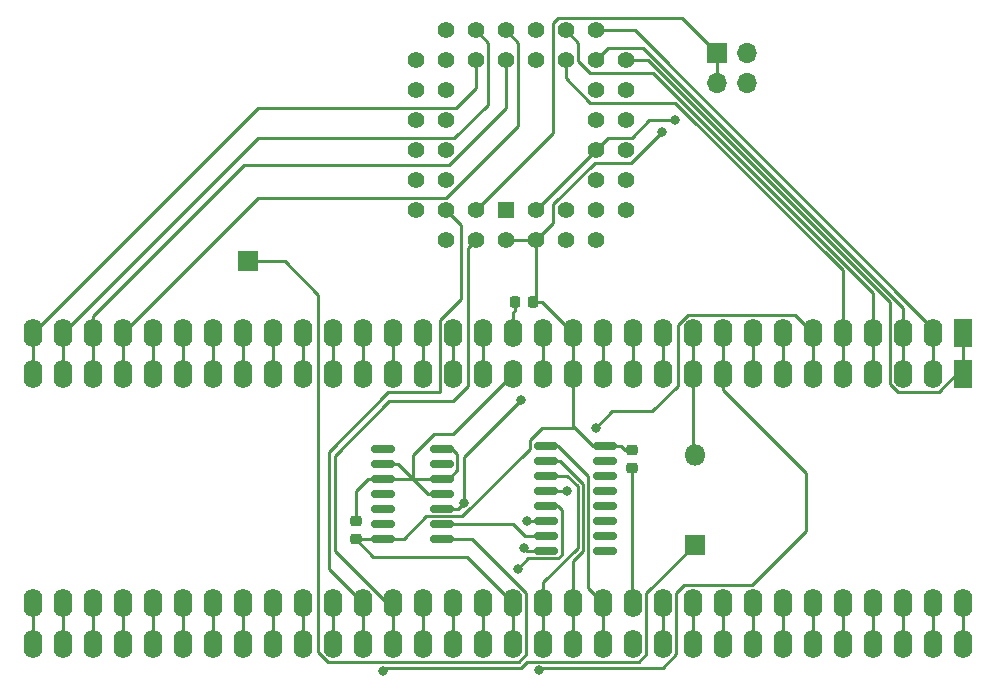
<source format=gtl>
G04 #@! TF.GenerationSoftware,KiCad,Pcbnew,6.0.4-6f826c9f35~116~ubuntu18.04.1*
G04 #@! TF.CreationDate,2022-06-01T20:55:35+10:00*
G04 #@! TF.ProjectId,256KROM,3235364b-524f-44d2-9e6b-696361645f70,rev?*
G04 #@! TF.SameCoordinates,Original*
G04 #@! TF.FileFunction,Copper,L1,Top*
G04 #@! TF.FilePolarity,Positive*
%FSLAX46Y46*%
G04 Gerber Fmt 4.6, Leading zero omitted, Abs format (unit mm)*
G04 Created by KiCad (PCBNEW 6.0.4-6f826c9f35~116~ubuntu18.04.1) date 2022-06-01 20:55:35*
%MOMM*%
%LPD*%
G01*
G04 APERTURE LIST*
G04 Aperture macros list*
%AMRoundRect*
0 Rectangle with rounded corners*
0 $1 Rounding radius*
0 $2 $3 $4 $5 $6 $7 $8 $9 X,Y pos of 4 corners*
0 Add a 4 corners polygon primitive as box body*
4,1,4,$2,$3,$4,$5,$6,$7,$8,$9,$2,$3,0*
0 Add four circle primitives for the rounded corners*
1,1,$1+$1,$2,$3*
1,1,$1+$1,$4,$5*
1,1,$1+$1,$6,$7*
1,1,$1+$1,$8,$9*
0 Add four rect primitives between the rounded corners*
20,1,$1+$1,$2,$3,$4,$5,0*
20,1,$1+$1,$4,$5,$6,$7,0*
20,1,$1+$1,$6,$7,$8,$9,0*
20,1,$1+$1,$8,$9,$2,$3,0*%
G04 Aperture macros list end*
G04 #@! TA.AperFunction,ComponentPad*
%ADD10R,1.422400X1.422400*%
G04 #@! TD*
G04 #@! TA.AperFunction,ComponentPad*
%ADD11C,1.422400*%
G04 #@! TD*
G04 #@! TA.AperFunction,ComponentPad*
%ADD12R,1.600000X2.400000*%
G04 #@! TD*
G04 #@! TA.AperFunction,ComponentPad*
%ADD13O,1.600000X2.400000*%
G04 #@! TD*
G04 #@! TA.AperFunction,SMDPad,CuDef*
%ADD14RoundRect,0.150000X-0.825000X-0.150000X0.825000X-0.150000X0.825000X0.150000X-0.825000X0.150000X0*%
G04 #@! TD*
G04 #@! TA.AperFunction,SMDPad,CuDef*
%ADD15RoundRect,0.150000X0.825000X0.150000X-0.825000X0.150000X-0.825000X-0.150000X0.825000X-0.150000X0*%
G04 #@! TD*
G04 #@! TA.AperFunction,SMDPad,CuDef*
%ADD16RoundRect,0.225000X-0.250000X0.225000X-0.250000X-0.225000X0.250000X-0.225000X0.250000X0.225000X0*%
G04 #@! TD*
G04 #@! TA.AperFunction,SMDPad,CuDef*
%ADD17RoundRect,0.225000X0.250000X-0.225000X0.250000X0.225000X-0.250000X0.225000X-0.250000X-0.225000X0*%
G04 #@! TD*
G04 #@! TA.AperFunction,SMDPad,CuDef*
%ADD18RoundRect,0.225000X0.225000X0.250000X-0.225000X0.250000X-0.225000X-0.250000X0.225000X-0.250000X0*%
G04 #@! TD*
G04 #@! TA.AperFunction,ComponentPad*
%ADD19R,1.700000X1.700000*%
G04 #@! TD*
G04 #@! TA.AperFunction,ComponentPad*
%ADD20O,1.700000X1.700000*%
G04 #@! TD*
G04 #@! TA.AperFunction,ComponentPad*
%ADD21R,1.800000X1.800000*%
G04 #@! TD*
G04 #@! TA.AperFunction,ComponentPad*
%ADD22O,1.800000X1.800000*%
G04 #@! TD*
G04 #@! TA.AperFunction,ViaPad*
%ADD23C,0.800000*%
G04 #@! TD*
G04 #@! TA.AperFunction,Conductor*
%ADD24C,0.250000*%
G04 #@! TD*
G04 APERTURE END LIST*
D10*
X111252000Y-108331000D03*
D11*
X113792000Y-110871000D03*
X113792000Y-108331000D03*
X116332000Y-110871000D03*
X116332000Y-108331000D03*
X118872000Y-110871000D03*
X121412000Y-108331000D03*
X118872000Y-108331000D03*
X121412000Y-105791000D03*
X118872000Y-105791000D03*
X121412000Y-103251000D03*
X118872000Y-103251000D03*
X121412000Y-100711000D03*
X118872000Y-100711000D03*
X121412000Y-98171000D03*
X118872000Y-98171000D03*
X121412000Y-95631000D03*
X118872000Y-93091000D03*
X118872000Y-95631000D03*
X116332000Y-93091000D03*
X116332000Y-95631000D03*
X113792000Y-93091000D03*
X113792000Y-95631000D03*
X111252000Y-93091000D03*
X111252000Y-95631000D03*
X108712000Y-93091000D03*
X108712000Y-95631000D03*
X106172000Y-93091000D03*
X103632000Y-95631000D03*
X106172000Y-95631000D03*
X103632000Y-98171000D03*
X106172000Y-98171000D03*
X103632000Y-100711000D03*
X106172000Y-100711000D03*
X103632000Y-103251000D03*
X106172000Y-103251000D03*
X103632000Y-105791000D03*
X106172000Y-105791000D03*
X103632000Y-108331000D03*
X106172000Y-110871000D03*
X106172000Y-108331000D03*
X108712000Y-110871000D03*
X108712000Y-108331000D03*
X111252000Y-110871000D03*
D12*
X149987000Y-122174000D03*
D13*
X147447000Y-122174000D03*
X144907000Y-122174000D03*
X142367000Y-122174000D03*
X139827000Y-122174000D03*
X137287000Y-122174000D03*
X134747000Y-122174000D03*
X132207000Y-122174000D03*
X129667000Y-122174000D03*
X127127000Y-122174000D03*
X124587000Y-122174000D03*
X122047000Y-122174000D03*
X119507000Y-122174000D03*
X116967000Y-122174000D03*
X114427000Y-122174000D03*
X111887000Y-122174000D03*
X109347000Y-122174000D03*
X106807000Y-122174000D03*
X104267000Y-122174000D03*
X101727000Y-122174000D03*
X99187000Y-122174000D03*
X96647000Y-122174000D03*
X94107000Y-122174000D03*
X91567000Y-122174000D03*
X89027000Y-122174000D03*
X86487000Y-122174000D03*
X83947000Y-122174000D03*
X81407000Y-122174000D03*
X78867000Y-122174000D03*
X76327000Y-122174000D03*
X73787000Y-122174000D03*
X71247000Y-122174000D03*
X71247000Y-145034000D03*
X73787000Y-145034000D03*
X76327000Y-145034000D03*
X78867000Y-145034000D03*
X81407000Y-145034000D03*
X83947000Y-145034000D03*
X86487000Y-145034000D03*
X89027000Y-145034000D03*
X91567000Y-145034000D03*
X94107000Y-145034000D03*
X96647000Y-145034000D03*
X99187000Y-145034000D03*
X101727000Y-145034000D03*
X104267000Y-145034000D03*
X106807000Y-145034000D03*
X109347000Y-145034000D03*
X111887000Y-145034000D03*
X114427000Y-145034000D03*
X116967000Y-145034000D03*
X119507000Y-145034000D03*
X122047000Y-145034000D03*
X124587000Y-145034000D03*
X127127000Y-145034000D03*
X129667000Y-145034000D03*
X132207000Y-145034000D03*
X134747000Y-145034000D03*
X137287000Y-145034000D03*
X139827000Y-145034000D03*
X142367000Y-145034000D03*
X144907000Y-145034000D03*
X147447000Y-145034000D03*
X149987000Y-145034000D03*
D12*
X149987000Y-118745000D03*
D13*
X147447000Y-118745000D03*
X144907000Y-118745000D03*
X142367000Y-118745000D03*
X139827000Y-118745000D03*
X137287000Y-118745000D03*
X134747000Y-118745000D03*
X132207000Y-118745000D03*
X129667000Y-118745000D03*
X127127000Y-118745000D03*
X124587000Y-118745000D03*
X122047000Y-118745000D03*
X119507000Y-118745000D03*
X116967000Y-118745000D03*
X114427000Y-118745000D03*
X111887000Y-118745000D03*
X109347000Y-118745000D03*
X106807000Y-118745000D03*
X104267000Y-118745000D03*
X101727000Y-118745000D03*
X99187000Y-118745000D03*
X96647000Y-118745000D03*
X94107000Y-118745000D03*
X91567000Y-118745000D03*
X89027000Y-118745000D03*
X86487000Y-118745000D03*
X83947000Y-118745000D03*
X81407000Y-118745000D03*
X78867000Y-118745000D03*
X76327000Y-118745000D03*
X73787000Y-118745000D03*
X71247000Y-118745000D03*
X71247000Y-141605000D03*
X73787000Y-141605000D03*
X76327000Y-141605000D03*
X78867000Y-141605000D03*
X81407000Y-141605000D03*
X83947000Y-141605000D03*
X86487000Y-141605000D03*
X89027000Y-141605000D03*
X91567000Y-141605000D03*
X94107000Y-141605000D03*
X96647000Y-141605000D03*
X99187000Y-141605000D03*
X101727000Y-141605000D03*
X104267000Y-141605000D03*
X106807000Y-141605000D03*
X109347000Y-141605000D03*
X111887000Y-141605000D03*
X114427000Y-141605000D03*
X116967000Y-141605000D03*
X119507000Y-141605000D03*
X122047000Y-141605000D03*
X124587000Y-141605000D03*
X127127000Y-141605000D03*
X129667000Y-141605000D03*
X132207000Y-141605000D03*
X134747000Y-141605000D03*
X137287000Y-141605000D03*
X139827000Y-141605000D03*
X142367000Y-141605000D03*
X144907000Y-141605000D03*
X147447000Y-141605000D03*
X149987000Y-141605000D03*
D14*
X114684000Y-128270000D03*
X114684000Y-129540000D03*
X114684000Y-130810000D03*
X114684000Y-132080000D03*
X114684000Y-133350000D03*
X114684000Y-134620000D03*
X114684000Y-135890000D03*
X114684000Y-137160000D03*
X119634000Y-137160000D03*
X119634000Y-135890000D03*
X119634000Y-134620000D03*
X119634000Y-133350000D03*
X119634000Y-132080000D03*
X119634000Y-130810000D03*
X119634000Y-129540000D03*
X119634000Y-128270000D03*
D15*
X105853000Y-136144000D03*
X105853000Y-134874000D03*
X105853000Y-133604000D03*
X105853000Y-132334000D03*
X105853000Y-131064000D03*
X105853000Y-129794000D03*
X105853000Y-128524000D03*
X100903000Y-128524000D03*
X100903000Y-129794000D03*
X100903000Y-131064000D03*
X100903000Y-132334000D03*
X100903000Y-133604000D03*
X100903000Y-134874000D03*
X100903000Y-136144000D03*
D16*
X121920000Y-128625000D03*
X121920000Y-130175000D03*
D17*
X98552000Y-136170000D03*
X98552000Y-134620000D03*
D18*
X113551000Y-116078000D03*
X112001000Y-116078000D03*
D19*
X89408000Y-112649000D03*
X129159000Y-94996000D03*
D20*
X131699000Y-94996000D03*
X129159000Y-97536000D03*
X131699000Y-97536000D03*
D21*
X127254000Y-136652000D03*
D22*
X127254000Y-129032000D03*
D23*
X112776000Y-136906000D03*
X125603000Y-100711000D03*
X124460000Y-101727000D03*
X112268000Y-138684000D03*
X113030000Y-134620000D03*
X114041696Y-147283020D03*
X118872000Y-126746000D03*
X116459000Y-132080000D03*
X100838000Y-147320000D03*
X107696000Y-133096000D03*
X112522000Y-124423510D03*
D24*
X94107000Y-145034000D02*
X94107000Y-141605000D01*
X89027000Y-145034000D02*
X89027000Y-141605000D01*
X83947000Y-145034000D02*
X83947000Y-141605000D01*
X78867000Y-145034000D02*
X78867000Y-141605000D01*
X96647000Y-145034000D02*
X96647000Y-141605000D01*
X91567000Y-145034000D02*
X91567000Y-141605000D01*
X86487000Y-145034000D02*
X86487000Y-141605000D01*
X114684000Y-137160000D02*
X113030000Y-137160000D01*
X103378000Y-131064000D02*
X105853000Y-131064000D01*
X113030000Y-137160000D02*
X112776000Y-136906000D01*
X122047000Y-141523000D02*
X122047000Y-141605000D01*
X106807000Y-127254000D02*
X105156000Y-127254000D01*
X100903000Y-131064000D02*
X103378000Y-131064000D01*
X107152520Y-130337480D02*
X106426000Y-131064000D01*
X118872000Y-103251000D02*
X119908201Y-102214799D01*
X113792000Y-108331000D02*
X118872000Y-103251000D01*
X103378000Y-129032000D02*
X103378000Y-131064000D01*
X99568000Y-131064000D02*
X98552000Y-132080000D01*
X121909377Y-102214799D02*
X123413176Y-100711000D01*
X105853000Y-132334000D02*
X104648000Y-132334000D01*
X103378000Y-131064000D02*
X102108000Y-129794000D01*
X111887000Y-118745000D02*
X111887000Y-116967000D01*
X119908201Y-102214799D02*
X121909377Y-102214799D01*
X106680000Y-128524000D02*
X107152520Y-128996520D01*
X111887000Y-122174000D02*
X106807000Y-127254000D01*
X104648000Y-132334000D02*
X103378000Y-131064000D01*
X106426000Y-131064000D02*
X105853000Y-131064000D01*
X107152520Y-128996520D02*
X107152520Y-130337480D01*
X121920000Y-141478000D02*
X122047000Y-141605000D01*
X112001000Y-116853000D02*
X112001000Y-116078000D01*
X105156000Y-127254000D02*
X103378000Y-129032000D01*
X111887000Y-116967000D02*
X112001000Y-116853000D01*
X100903000Y-131064000D02*
X99568000Y-131064000D01*
X121920000Y-130175000D02*
X121920000Y-141478000D01*
X123413176Y-100711000D02*
X125603000Y-100711000D01*
X105853000Y-128524000D02*
X106680000Y-128524000D01*
X98552000Y-132080000D02*
X98552000Y-134620000D01*
X102108000Y-129794000D02*
X100903000Y-129794000D01*
X81407000Y-145034000D02*
X81407000Y-141605000D01*
X76327000Y-145034000D02*
X76327000Y-141605000D01*
X71247000Y-145034000D02*
X71247000Y-141605000D01*
X109748201Y-94127201D02*
X108712000Y-93091000D01*
X73787000Y-122174000D02*
X73787000Y-118745000D01*
X90317201Y-102214799D02*
X106913799Y-102214799D01*
X109748201Y-99380397D02*
X109748201Y-94127201D01*
X106913799Y-102214799D02*
X109748201Y-99380397D01*
X73787000Y-118745000D02*
X90317201Y-102214799D01*
X112288201Y-101208377D02*
X112288201Y-94127201D01*
X106201779Y-107294799D02*
X112288201Y-101208377D01*
X112288201Y-94127201D02*
X111252000Y-93091000D01*
X90317201Y-107294799D02*
X106201779Y-107294799D01*
X78867000Y-122174000D02*
X78867000Y-118745000D01*
X78867000Y-118745000D02*
X90317201Y-107294799D01*
X118374623Y-96667201D02*
X117368201Y-95660779D01*
X117368201Y-95660779D02*
X117368201Y-94127201D01*
X117368201Y-94127201D02*
X116332000Y-93091000D01*
X142367000Y-122174000D02*
X142367000Y-118745000D01*
X142367000Y-115314589D02*
X123719612Y-96667201D01*
X142367000Y-118745000D02*
X142367000Y-115314589D01*
X123719612Y-96667201D02*
X118374623Y-96667201D01*
X122193000Y-93091000D02*
X118872000Y-93091000D01*
X147447000Y-122174000D02*
X147447000Y-118745000D01*
X147447000Y-118345000D02*
X122193000Y-93091000D01*
X147447000Y-118745000D02*
X147447000Y-118345000D01*
X73787000Y-145034000D02*
X73787000Y-141605000D01*
X71247000Y-122174000D02*
X71247000Y-118745000D01*
X71247000Y-118745000D02*
X90317201Y-99674799D01*
X90317201Y-99674799D02*
X107040799Y-99674799D01*
X108712000Y-98003598D02*
X108712000Y-95631000D01*
X107040799Y-99674799D02*
X108712000Y-98003598D01*
X76327000Y-117295000D02*
X89101000Y-104521000D01*
X89101000Y-104521000D02*
X106435578Y-104521000D01*
X76327000Y-118745000D02*
X76327000Y-117295000D01*
X76327000Y-122174000D02*
X76327000Y-118745000D01*
X106435578Y-104521000D02*
X111252000Y-99704578D01*
X111252000Y-99704578D02*
X111252000Y-95631000D01*
X139827000Y-113411000D02*
X125623201Y-99207201D01*
X139827000Y-122174000D02*
X139827000Y-118745000D01*
X125623201Y-99207201D02*
X118374623Y-99207201D01*
X118374623Y-99207201D02*
X116332000Y-97164578D01*
X116332000Y-97164578D02*
X116332000Y-95631000D01*
X139827000Y-118745000D02*
X139827000Y-113411000D01*
X119908201Y-94594799D02*
X118872000Y-95631000D01*
X122920032Y-94594799D02*
X119908201Y-94594799D01*
X144907000Y-116581767D02*
X122920032Y-94594799D01*
X144907000Y-122174000D02*
X144907000Y-118745000D01*
X144907000Y-118745000D02*
X144907000Y-116581767D01*
X123319822Y-95631000D02*
X121412000Y-95631000D01*
X149987000Y-118745000D02*
X149987000Y-121625004D01*
X143781990Y-123039994D02*
X143781990Y-116093168D01*
X147912994Y-123699010D02*
X144441006Y-123699010D01*
X149987000Y-122174000D02*
X149987000Y-118745000D01*
X143781990Y-116093168D02*
X123319822Y-95631000D01*
X149987000Y-121625004D02*
X147912994Y-123699010D01*
X144441006Y-123699010D02*
X143781990Y-123039994D01*
X147447000Y-141605000D02*
X147447000Y-145034000D01*
X142367000Y-145034000D02*
X142367000Y-141605000D01*
X137287000Y-145034000D02*
X137287000Y-141605000D01*
X132207000Y-145034000D02*
X132207000Y-141605000D01*
X149987000Y-141605000D02*
X149987000Y-145034000D01*
X144907000Y-145034000D02*
X144907000Y-141605000D01*
X139827000Y-145034000D02*
X139827000Y-141605000D01*
X134747000Y-145034000D02*
X134747000Y-141605000D01*
X108077000Y-111506000D02*
X108712000Y-110871000D01*
X101219000Y-141605000D02*
X96774000Y-137160000D01*
X101409859Y-124460000D02*
X106807000Y-124460000D01*
X101727000Y-141605000D02*
X101219000Y-141605000D01*
X108077000Y-123190000D02*
X108077000Y-111506000D01*
X101727000Y-145034000D02*
X101727000Y-141605000D01*
X106807000Y-124460000D02*
X108077000Y-123190000D01*
X96774000Y-137160000D02*
X96774000Y-129095859D01*
X96774000Y-129095859D02*
X101409859Y-124460000D01*
X104510520Y-134249480D02*
X102616000Y-136144000D01*
X117094000Y-126745996D02*
X116967000Y-126618996D01*
X121386000Y-128625000D02*
X121031000Y-128270000D01*
X111887000Y-145034000D02*
X111887000Y-141605000D01*
X118618004Y-128270000D02*
X119634000Y-128270000D01*
X121920000Y-128625000D02*
X121386000Y-128625000D01*
X107950000Y-137668000D02*
X100050000Y-137668000D01*
X100050000Y-137668000D02*
X98552000Y-136170000D01*
X114300000Y-116078000D02*
X116967000Y-118745000D01*
X98552000Y-136170000D02*
X100877000Y-136170000D01*
X113284000Y-128532614D02*
X107567134Y-134249480D01*
X113792000Y-110871000D02*
X115295799Y-109367201D01*
X113284000Y-127762000D02*
X113284000Y-128532614D01*
X116967000Y-118745000D02*
X116967000Y-122174000D01*
X113792000Y-115837000D02*
X113551000Y-116078000D01*
X102616000Y-136144000D02*
X100903000Y-136144000D01*
X116967000Y-126618996D02*
X116967000Y-122174000D01*
X111887000Y-141605000D02*
X107950000Y-137668000D01*
X100877000Y-136170000D02*
X100903000Y-136144000D01*
X117094000Y-126745996D02*
X118618004Y-128270000D01*
X111252000Y-110871000D02*
X113792000Y-110871000D01*
X115295799Y-107833623D02*
X118798922Y-104330500D01*
X114300004Y-126745996D02*
X113284000Y-127762000D01*
X121856500Y-104330500D02*
X124460000Y-101727000D01*
X121031000Y-128270000D02*
X119634000Y-128270000D01*
X117094000Y-126745996D02*
X114300004Y-126745996D01*
X107567134Y-134249480D02*
X104510520Y-134249480D01*
X118798922Y-104330500D02*
X121856500Y-104330500D01*
X113551000Y-116078000D02*
X114300000Y-116078000D01*
X113792000Y-110871000D02*
X113792000Y-115837000D01*
X115295799Y-109367201D02*
X115295799Y-107833623D01*
X129667000Y-145034000D02*
X129667000Y-141605000D01*
X124587000Y-145034000D02*
X124587000Y-141605000D01*
X96266000Y-128778000D02*
X96266000Y-138684000D01*
X96266000Y-138684000D02*
X99187000Y-141605000D01*
X101298990Y-123745010D02*
X96266000Y-128778000D01*
X105681990Y-117584010D02*
X105681990Y-123745010D01*
X105681990Y-123745010D02*
X101298990Y-123745010D01*
X107442000Y-109601000D02*
X107442000Y-115824000D01*
X99187000Y-145034000D02*
X99187000Y-141605000D01*
X107442000Y-115824000D02*
X105681990Y-117584010D01*
X106172000Y-108331000D02*
X107442000Y-109601000D01*
X104267000Y-145034000D02*
X104267000Y-141605000D01*
X127127000Y-145034000D02*
X127127000Y-141605000D01*
X89408000Y-112649000D02*
X92542004Y-112649000D01*
X92542004Y-112649000D02*
X95377000Y-115483996D01*
X96181006Y-146559010D02*
X112352994Y-146559010D01*
X95377000Y-115483996D02*
X95377000Y-145755004D01*
X113012010Y-145899994D02*
X113012010Y-140739006D01*
X113012010Y-140739006D02*
X108417004Y-136144000D01*
X112352994Y-146559010D02*
X113012010Y-145899994D01*
X95377000Y-145755004D02*
X96181006Y-146559010D01*
X108417004Y-136144000D02*
X105853000Y-136144000D01*
X81407000Y-122174000D02*
X81407000Y-118745000D01*
X83947000Y-122174000D02*
X83947000Y-118745000D01*
X86487000Y-122174000D02*
X86487000Y-118745000D01*
X89027000Y-122174000D02*
X89027000Y-118745000D01*
X91567000Y-122174000D02*
X91567000Y-118745000D01*
X94107000Y-122174000D02*
X94107000Y-118745000D01*
X96647000Y-122174000D02*
X96647000Y-118745000D01*
X99187000Y-122174000D02*
X99187000Y-118745000D01*
X119507000Y-141605000D02*
X118248022Y-140346022D01*
X118248022Y-130859022D02*
X115659000Y-128270000D01*
X115659000Y-128270000D02*
X114684000Y-128270000D01*
X119507000Y-145034000D02*
X119507000Y-141605000D01*
X118248022Y-140346022D02*
X118248022Y-130859022D01*
X101727000Y-122174000D02*
X101727000Y-118745000D01*
X117798011Y-137217989D02*
X117798011Y-131512600D01*
X116967000Y-138049000D02*
X117798011Y-137217989D01*
X115825411Y-129540000D02*
X114684000Y-129540000D01*
X116967000Y-145034000D02*
X116967000Y-141605000D01*
X116967000Y-141605000D02*
X116967000Y-138049000D01*
X117798011Y-131512600D02*
X115825411Y-129540000D01*
X104267000Y-122174000D02*
X104267000Y-118745000D01*
X114427000Y-145034000D02*
X114427000Y-141605000D01*
X114427000Y-139827000D02*
X117348000Y-136906000D01*
X117348000Y-136906000D02*
X117348000Y-131699000D01*
X114427000Y-141605000D02*
X114427000Y-139827000D01*
X117348000Y-131699000D02*
X116459000Y-130810000D01*
X116459000Y-130810000D02*
X114684000Y-130810000D01*
X106807000Y-122174000D02*
X106807000Y-118745000D01*
X109347000Y-122174000D02*
X109347000Y-118745000D01*
X115984010Y-133675010D02*
X115659000Y-133350000D01*
X115984010Y-137506758D02*
X115984010Y-133675010D01*
X115659000Y-133350000D02*
X114684000Y-133350000D01*
X113166990Y-137785010D02*
X115705758Y-137785010D01*
X115705758Y-137785010D02*
X115984010Y-137506758D01*
X112268000Y-138684000D02*
X113166990Y-137785010D01*
X109347000Y-145034000D02*
X109347000Y-141605000D01*
X106807000Y-145034000D02*
X106807000Y-141605000D01*
X114427000Y-122174000D02*
X114427000Y-118745000D01*
X119507000Y-122174000D02*
X119507000Y-118745000D01*
X122047000Y-122174000D02*
X122047000Y-118745000D01*
X124587000Y-122174000D02*
X124587000Y-118745000D01*
X127127000Y-122174000D02*
X127127000Y-118745000D01*
X127127000Y-122174000D02*
X127127000Y-119293996D01*
X127127000Y-128905000D02*
X127127000Y-122174000D01*
X127254000Y-129032000D02*
X127127000Y-128905000D01*
X124546004Y-147066000D02*
X125712010Y-145899994D01*
X113030000Y-134620000D02*
X114684000Y-134620000D01*
X114041696Y-147283020D02*
X114258716Y-147066000D01*
X129667000Y-123571000D02*
X129667000Y-122174000D01*
X126371026Y-140079990D02*
X132076422Y-140079990D01*
X114258716Y-147066000D02*
X124546004Y-147066000D01*
X136652000Y-135504412D02*
X136652000Y-130556000D01*
X136652000Y-130556000D02*
X129667000Y-123571000D01*
X132076422Y-140079990D02*
X136652000Y-135504412D01*
X125712010Y-145899994D02*
X125712010Y-140739006D01*
X129667000Y-122174000D02*
X129667000Y-118745000D01*
X125712010Y-140739006D02*
X126371026Y-140079990D01*
X132207000Y-122174000D02*
X132207000Y-118745000D01*
X134747000Y-122174000D02*
X134747000Y-118745000D01*
X135761990Y-117219990D02*
X137287000Y-118745000D01*
X126661006Y-117219990D02*
X135761990Y-117219990D01*
X123676243Y-125365741D02*
X125857000Y-123184984D01*
X137287000Y-122174000D02*
X137287000Y-118745000D01*
X114684000Y-132080000D02*
X116459000Y-132080000D01*
X125857000Y-118023996D02*
X126661006Y-117219990D01*
X118872000Y-126746000D02*
X120252259Y-125365741D01*
X125857000Y-123184984D02*
X125857000Y-118023996D01*
X120252259Y-125365741D02*
X123676243Y-125365741D01*
X111887000Y-134874000D02*
X112903000Y-135890000D01*
X105853000Y-134874000D02*
X111887000Y-134874000D01*
X112903000Y-135890000D02*
X114684000Y-135890000D01*
X115295799Y-101747201D02*
X115295799Y-92476201D01*
X108712000Y-108331000D02*
X115295799Y-101747201D01*
X115295799Y-92476201D02*
X115717201Y-92054799D01*
X129159000Y-94996000D02*
X126217799Y-92054799D01*
X129159000Y-94996000D02*
X129159000Y-97536000D01*
X126217799Y-92054799D02*
X115717201Y-92054799D01*
X107696000Y-129249510D02*
X112522000Y-124423510D01*
X107696000Y-133096000D02*
X107696000Y-129249510D01*
X122512791Y-146558520D02*
X123171520Y-145899791D01*
X100838000Y-147320000D02*
X101092000Y-147066000D01*
X123171520Y-140734480D02*
X127254000Y-136652000D01*
X107188000Y-133604000D02*
X105853000Y-133604000D01*
X112522000Y-147066000D02*
X113029480Y-146558520D01*
X107696000Y-133096000D02*
X107188000Y-133604000D01*
X113029480Y-146558520D02*
X122512791Y-146558520D01*
X123171520Y-145899791D02*
X123171520Y-140734480D01*
X101092000Y-147066000D02*
X112522000Y-147066000D01*
M02*

</source>
